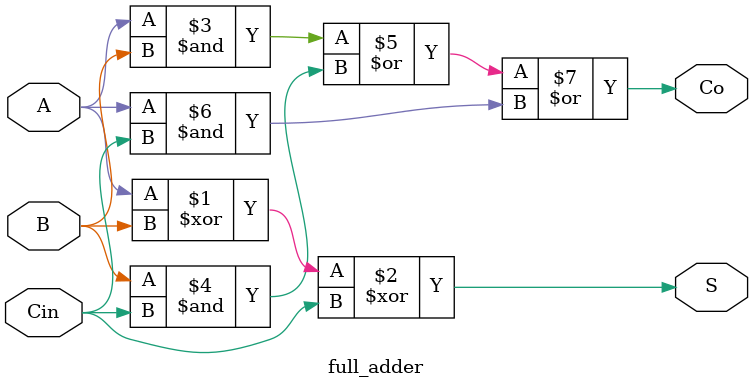
<source format=v>
`timescale 1ns / 1ps
module rca_4bit(S,Cout,A,B,Cin);
input [3:0]A,B;
input Cin;
output [3:0]S;
output Cout;

wire [2:0]T;

full_adder FA1(S[0],T[0],A[0],B[0],Cin);
full_adder FA2(S[1],T[1],A[1],B[1],T[0]);
full_adder FA3(S[2],T[2],A[2],B[2],T[1]);
full_adder FA4(S[3],Cout,A[3],B[3],T[2]);

endmodule

module full_adder (S,Co,A,B,Cin);
input A,B,Cin;
output S,Co;
assign S = A^B^Cin;
assign Co = (A&B) | (B&Cin) | (A&Cin);
endmodule
</source>
